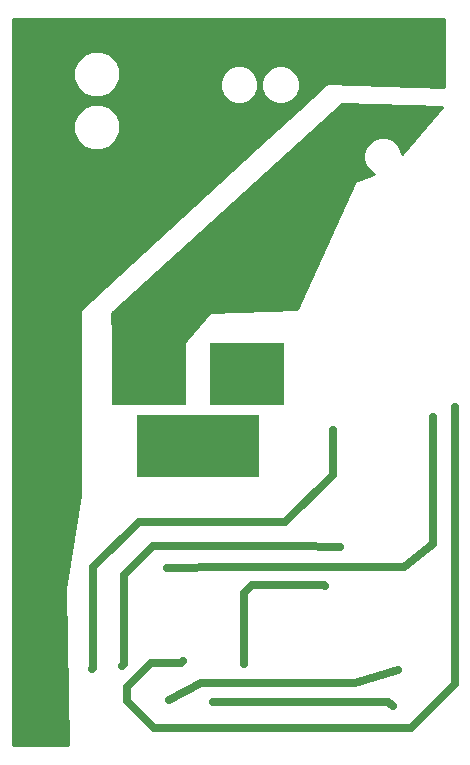
<source format=gbl>
G04 (created by PCBNEW (2013-08-24 BZR 4298)-stable) date Wed 30 Oct 2013 07:33:34 PM PDT*
%MOIN*%
G04 Gerber Fmt 3.4, Leading zero omitted, Abs format*
%FSLAX34Y34*%
G01*
G70*
G90*
G04 APERTURE LIST*
%ADD10C,0.005906*%
%ADD11C,0.019685*%
%ADD12R,0.245276X0.206693*%
%ADD13R,0.405512X0.206693*%
%ADD14C,0.027559*%
%ADD15C,0.027559*%
%ADD16C,0.078740*%
%ADD17C,0.010000*%
G04 APERTURE END LIST*
G54D10*
G54D11*
X55147Y-39437D03*
X55541Y-39437D03*
X55935Y-39437D03*
X56328Y-39437D03*
X56722Y-39437D03*
X57116Y-39437D03*
X60395Y-39437D03*
X60001Y-39437D03*
X59608Y-39437D03*
X59214Y-39437D03*
X58820Y-39437D03*
X58427Y-39437D03*
X60395Y-39830D03*
X60001Y-39830D03*
X59608Y-39830D03*
X59214Y-39830D03*
X58820Y-39830D03*
X58427Y-39830D03*
X57116Y-39830D03*
X56722Y-39830D03*
X56328Y-39830D03*
X55935Y-39830D03*
X55541Y-39830D03*
X55147Y-39830D03*
X58427Y-40224D03*
X58820Y-40224D03*
X59214Y-40224D03*
X59608Y-40224D03*
X60001Y-40224D03*
X60395Y-40224D03*
X57116Y-40224D03*
X56722Y-40224D03*
X56328Y-40224D03*
X55935Y-40224D03*
X55541Y-40224D03*
X55147Y-40224D03*
X55147Y-40618D03*
X55541Y-40618D03*
X55935Y-40618D03*
X56328Y-40618D03*
X56722Y-40618D03*
X57116Y-40618D03*
X58427Y-40618D03*
X58820Y-40618D03*
X59214Y-40618D03*
X59608Y-40618D03*
X60001Y-40618D03*
X60395Y-40618D03*
X55147Y-41011D03*
X55541Y-41011D03*
X55935Y-41011D03*
X56328Y-41011D03*
X56722Y-41011D03*
X57116Y-41011D03*
X58427Y-41011D03*
X58820Y-41011D03*
X59214Y-41011D03*
X59608Y-41011D03*
X60001Y-41011D03*
X60395Y-41011D03*
X58421Y-41838D03*
X58814Y-41838D03*
X59208Y-41838D03*
X59602Y-41838D03*
X59602Y-42232D03*
X59208Y-42232D03*
X58814Y-42232D03*
X58421Y-42232D03*
X59602Y-42625D03*
X59208Y-42625D03*
X58814Y-42625D03*
X58421Y-42625D03*
X58421Y-43019D03*
X58814Y-43019D03*
X59208Y-43019D03*
X59602Y-43019D03*
X58421Y-43413D03*
X58814Y-43413D03*
X59208Y-43413D03*
X59602Y-43413D03*
X58027Y-43413D03*
X57515Y-43413D03*
X57122Y-43413D03*
X56728Y-43413D03*
X56334Y-43413D03*
X55940Y-43413D03*
X58027Y-43019D03*
X57515Y-43019D03*
X57122Y-43019D03*
X56728Y-43019D03*
X56334Y-43019D03*
X55940Y-43019D03*
X55940Y-42625D03*
X56334Y-42625D03*
X56728Y-42625D03*
X57122Y-42625D03*
X57515Y-42625D03*
X58027Y-42625D03*
X55940Y-42232D03*
X56334Y-42232D03*
X56728Y-42232D03*
X57122Y-42232D03*
X57515Y-42232D03*
X58027Y-42232D03*
X58027Y-41838D03*
X57515Y-41838D03*
X57122Y-41838D03*
X56728Y-41838D03*
X56334Y-41838D03*
X55940Y-41838D03*
G54D12*
X56131Y-40224D03*
X59411Y-40224D03*
G54D13*
X57771Y-42625D03*
G54D14*
X54240Y-50070D03*
X62263Y-42106D03*
X65625Y-41649D03*
X56728Y-46700D03*
X53251Y-35803D03*
X66350Y-41330D03*
X57267Y-49787D03*
X64901Y-31649D03*
X58279Y-51149D03*
X64263Y-51303D03*
X56803Y-51106D03*
X64429Y-50090D03*
X62503Y-45976D03*
X55244Y-49948D03*
X59311Y-49889D03*
X62023Y-47295D03*
G54D15*
X54240Y-50070D02*
X54283Y-50027D01*
X54283Y-50027D02*
X54283Y-46665D01*
X54283Y-46665D02*
X55803Y-45145D01*
X55803Y-45145D02*
X60692Y-45145D01*
X60692Y-45145D02*
X62263Y-43574D01*
X62263Y-43574D02*
X62263Y-42106D01*
X56728Y-46700D02*
X58783Y-46657D01*
X58783Y-46657D02*
X64645Y-46657D01*
X64645Y-46657D02*
X65625Y-45901D01*
X65625Y-45901D02*
X65625Y-42405D01*
X65625Y-42405D02*
X65625Y-41649D01*
G54D16*
X53188Y-35866D02*
X53188Y-35893D01*
X53251Y-35803D02*
X53188Y-35866D01*
G54D15*
X66350Y-50551D02*
X66350Y-41330D01*
X64870Y-52031D02*
X66350Y-50551D01*
X56299Y-52031D02*
X64870Y-52031D01*
X55397Y-51129D02*
X56299Y-52031D01*
X55397Y-50661D02*
X55397Y-51129D01*
X56208Y-49850D02*
X55397Y-50661D01*
X57204Y-49850D02*
X56208Y-49850D01*
X57267Y-49787D02*
X57204Y-49850D01*
G54D16*
X56131Y-40224D02*
X56131Y-38155D01*
X62637Y-31649D02*
X64901Y-31649D01*
X56131Y-38155D02*
X62637Y-31649D01*
G54D15*
X64110Y-51149D02*
X58279Y-51149D01*
X64263Y-51303D02*
X64110Y-51149D01*
X63027Y-50511D02*
X57881Y-50511D01*
X57881Y-50511D02*
X56803Y-51106D01*
X64429Y-50090D02*
X63027Y-50511D01*
X60964Y-45956D02*
X62503Y-45976D01*
X56283Y-45956D02*
X60964Y-45956D01*
X55303Y-46937D02*
X56283Y-45956D01*
X55303Y-49889D02*
X55303Y-46937D01*
X55244Y-49948D02*
X55303Y-49889D01*
X59311Y-47531D02*
X59311Y-49889D01*
X59578Y-47263D02*
X59311Y-47531D01*
X61992Y-47263D02*
X59578Y-47263D01*
X62023Y-47295D02*
X61992Y-47263D01*
G54D10*
G36*
X65909Y-31322D02*
X64573Y-32894D01*
X64573Y-32845D01*
X64476Y-32610D01*
X64296Y-32429D01*
X64061Y-32331D01*
X63806Y-32331D01*
X63570Y-32429D01*
X63390Y-32609D01*
X63292Y-32844D01*
X63292Y-33099D01*
X63389Y-33334D01*
X63569Y-33515D01*
X63647Y-33547D01*
X62994Y-33795D01*
X61077Y-38065D01*
X58180Y-38171D01*
X57393Y-39099D01*
X57280Y-39256D01*
X57314Y-40656D01*
X55218Y-40724D01*
X54997Y-40476D01*
X54897Y-38206D01*
X62562Y-31235D01*
X65909Y-31322D01*
X65909Y-31322D01*
G37*
G54D17*
X65909Y-31322D02*
X64573Y-32894D01*
X64573Y-32845D01*
X64476Y-32610D01*
X64296Y-32429D01*
X64061Y-32331D01*
X63806Y-32331D01*
X63570Y-32429D01*
X63390Y-32609D01*
X63292Y-32844D01*
X63292Y-33099D01*
X63389Y-33334D01*
X63569Y-33515D01*
X63647Y-33547D01*
X62994Y-33795D01*
X61077Y-38065D01*
X58180Y-38171D01*
X57393Y-39099D01*
X57280Y-39256D01*
X57314Y-40656D01*
X55218Y-40724D01*
X54997Y-40476D01*
X54897Y-38206D01*
X62562Y-31235D01*
X65909Y-31322D01*
G54D10*
G36*
X65961Y-30645D02*
X62071Y-30540D01*
X61168Y-31370D01*
X61168Y-30451D01*
X61070Y-30216D01*
X60890Y-30036D01*
X60655Y-29938D01*
X60400Y-29938D01*
X60165Y-30035D01*
X59984Y-30215D01*
X59887Y-30450D01*
X59886Y-30705D01*
X59984Y-30941D01*
X60164Y-31121D01*
X60399Y-31219D01*
X60654Y-31219D01*
X60889Y-31122D01*
X61070Y-30942D01*
X61168Y-30706D01*
X61168Y-30451D01*
X61168Y-31370D01*
X59790Y-32636D01*
X59790Y-30451D01*
X59692Y-30216D01*
X59512Y-30036D01*
X59277Y-29938D01*
X59022Y-29938D01*
X58787Y-30035D01*
X58606Y-30215D01*
X58509Y-30450D01*
X58508Y-30705D01*
X58606Y-30941D01*
X58786Y-31121D01*
X59021Y-31219D01*
X59276Y-31219D01*
X59511Y-31122D01*
X59692Y-30942D01*
X59790Y-30706D01*
X59790Y-30451D01*
X59790Y-32636D01*
X55179Y-36871D01*
X55179Y-31838D01*
X55179Y-30066D01*
X55061Y-29780D01*
X54842Y-29561D01*
X54557Y-29442D01*
X54247Y-29442D01*
X53961Y-29560D01*
X53742Y-29779D01*
X53623Y-30064D01*
X53623Y-30374D01*
X53741Y-30660D01*
X53960Y-30879D01*
X54246Y-30998D01*
X54555Y-30998D01*
X54841Y-30880D01*
X55060Y-30661D01*
X55179Y-30375D01*
X55179Y-30066D01*
X55179Y-31838D01*
X55061Y-31552D01*
X54842Y-31333D01*
X54557Y-31214D01*
X54247Y-31214D01*
X53961Y-31332D01*
X53742Y-31551D01*
X53623Y-31836D01*
X53623Y-32146D01*
X53741Y-32432D01*
X53960Y-32651D01*
X54246Y-32770D01*
X54555Y-32770D01*
X54841Y-32652D01*
X55060Y-32433D01*
X55179Y-32147D01*
X55179Y-31838D01*
X55179Y-36871D01*
X53851Y-38092D01*
X53851Y-44248D01*
X53351Y-47398D01*
X53449Y-52599D01*
X51601Y-52599D01*
X51601Y-28400D01*
X65961Y-28400D01*
X65961Y-30645D01*
X65961Y-30645D01*
G37*
G54D17*
X65961Y-30645D02*
X62071Y-30540D01*
X61168Y-31370D01*
X61168Y-30451D01*
X61070Y-30216D01*
X60890Y-30036D01*
X60655Y-29938D01*
X60400Y-29938D01*
X60165Y-30035D01*
X59984Y-30215D01*
X59887Y-30450D01*
X59886Y-30705D01*
X59984Y-30941D01*
X60164Y-31121D01*
X60399Y-31219D01*
X60654Y-31219D01*
X60889Y-31122D01*
X61070Y-30942D01*
X61168Y-30706D01*
X61168Y-30451D01*
X61168Y-31370D01*
X59790Y-32636D01*
X59790Y-30451D01*
X59692Y-30216D01*
X59512Y-30036D01*
X59277Y-29938D01*
X59022Y-29938D01*
X58787Y-30035D01*
X58606Y-30215D01*
X58509Y-30450D01*
X58508Y-30705D01*
X58606Y-30941D01*
X58786Y-31121D01*
X59021Y-31219D01*
X59276Y-31219D01*
X59511Y-31122D01*
X59692Y-30942D01*
X59790Y-30706D01*
X59790Y-30451D01*
X59790Y-32636D01*
X55179Y-36871D01*
X55179Y-31838D01*
X55179Y-30066D01*
X55061Y-29780D01*
X54842Y-29561D01*
X54557Y-29442D01*
X54247Y-29442D01*
X53961Y-29560D01*
X53742Y-29779D01*
X53623Y-30064D01*
X53623Y-30374D01*
X53741Y-30660D01*
X53960Y-30879D01*
X54246Y-30998D01*
X54555Y-30998D01*
X54841Y-30880D01*
X55060Y-30661D01*
X55179Y-30375D01*
X55179Y-30066D01*
X55179Y-31838D01*
X55061Y-31552D01*
X54842Y-31333D01*
X54557Y-31214D01*
X54247Y-31214D01*
X53961Y-31332D01*
X53742Y-31551D01*
X53623Y-31836D01*
X53623Y-32146D01*
X53741Y-32432D01*
X53960Y-32651D01*
X54246Y-32770D01*
X54555Y-32770D01*
X54841Y-32652D01*
X55060Y-32433D01*
X55179Y-32147D01*
X55179Y-31838D01*
X55179Y-36871D01*
X53851Y-38092D01*
X53851Y-44248D01*
X53351Y-47398D01*
X53449Y-52599D01*
X51601Y-52599D01*
X51601Y-28400D01*
X65961Y-28400D01*
X65961Y-30645D01*
M02*

</source>
